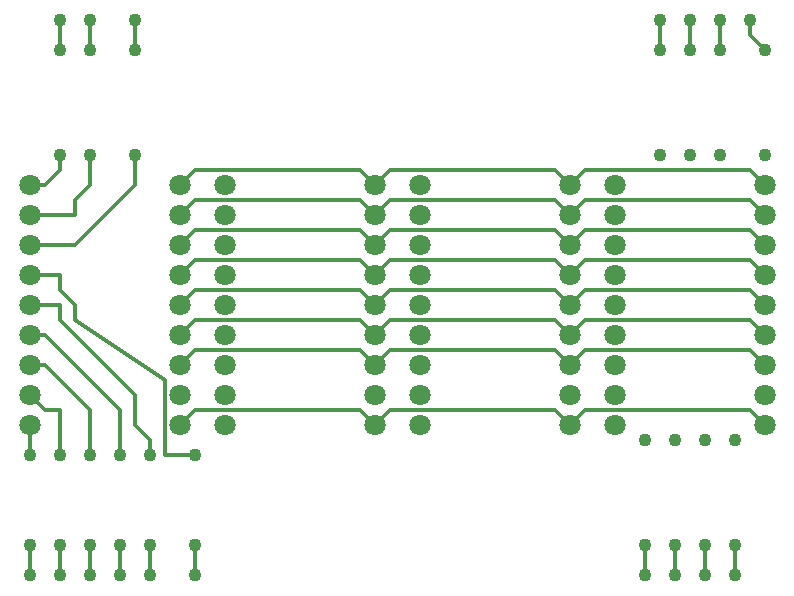
<source format=gbr>
%FSLAX34Y34*%
%MOMM*%
%LNCOPPER_BOTTOM*%
G71*
G01*
%ADD10C, 1.800*%
%ADD11C, 0.300*%
%ADD12C, 1.100*%
%LPD*%
X139700Y850900D02*
G54D10*
D03*
X139700Y825500D02*
G54D10*
D03*
X139700Y800100D02*
G54D10*
D03*
X139700Y774700D02*
G54D10*
D03*
X139700Y749300D02*
G54D10*
D03*
X139700Y723900D02*
G54D10*
D03*
X139700Y698500D02*
G54D10*
D03*
X139700Y673100D02*
G54D10*
D03*
X139700Y647700D02*
G54D10*
D03*
X12700Y647700D02*
G54D10*
D03*
X12700Y673100D02*
G54D10*
D03*
X12700Y698500D02*
G54D10*
D03*
X12700Y723900D02*
G54D10*
D03*
X12700Y749300D02*
G54D10*
D03*
X12700Y774700D02*
G54D10*
D03*
X12700Y800100D02*
G54D10*
D03*
X12700Y825500D02*
G54D10*
D03*
X12700Y850900D02*
G54D10*
D03*
X304800Y850900D02*
G54D10*
D03*
X304800Y825500D02*
G54D10*
D03*
X304800Y800100D02*
G54D10*
D03*
X304800Y774700D02*
G54D10*
D03*
X304800Y749300D02*
G54D10*
D03*
X304800Y723900D02*
G54D10*
D03*
X304800Y698500D02*
G54D10*
D03*
X304800Y673100D02*
G54D10*
D03*
X304800Y647700D02*
G54D10*
D03*
X177800Y647700D02*
G54D10*
D03*
X177800Y673100D02*
G54D10*
D03*
X177800Y698500D02*
G54D10*
D03*
X177800Y723900D02*
G54D10*
D03*
X177800Y749300D02*
G54D10*
D03*
X177800Y774700D02*
G54D10*
D03*
X177800Y800100D02*
G54D10*
D03*
X177800Y825500D02*
G54D10*
D03*
X177800Y850900D02*
G54D10*
D03*
X469900Y850900D02*
G54D10*
D03*
X469900Y825500D02*
G54D10*
D03*
X469900Y800100D02*
G54D10*
D03*
X469900Y774700D02*
G54D10*
D03*
X469900Y749300D02*
G54D10*
D03*
X469900Y723900D02*
G54D10*
D03*
X469900Y698500D02*
G54D10*
D03*
X469900Y673100D02*
G54D10*
D03*
X469900Y647700D02*
G54D10*
D03*
X342900Y647700D02*
G54D10*
D03*
X342900Y673100D02*
G54D10*
D03*
X342900Y698500D02*
G54D10*
D03*
X342900Y723900D02*
G54D10*
D03*
X342900Y749300D02*
G54D10*
D03*
X342900Y774700D02*
G54D10*
D03*
X342900Y800100D02*
G54D10*
D03*
X342900Y825500D02*
G54D10*
D03*
X342900Y850900D02*
G54D10*
D03*
X635000Y850900D02*
G54D10*
D03*
X635000Y825500D02*
G54D10*
D03*
X635000Y800100D02*
G54D10*
D03*
X635000Y774700D02*
G54D10*
D03*
X635000Y749300D02*
G54D10*
D03*
X635000Y723900D02*
G54D10*
D03*
X635000Y698500D02*
G54D10*
D03*
X635000Y673100D02*
G54D10*
D03*
X635000Y647700D02*
G54D10*
D03*
X508000Y647700D02*
G54D10*
D03*
X508000Y673100D02*
G54D10*
D03*
X508000Y698500D02*
G54D10*
D03*
X508000Y723900D02*
G54D10*
D03*
X508000Y749300D02*
G54D10*
D03*
X508000Y774700D02*
G54D10*
D03*
X508000Y800100D02*
G54D10*
D03*
X508000Y825500D02*
G54D10*
D03*
X508000Y850900D02*
G54D10*
D03*
G54D11*
X139700Y850900D02*
X152400Y863600D01*
X292100Y863600D01*
X304800Y850900D01*
X317500Y863600D01*
X457200Y863600D01*
X469900Y850900D01*
X482600Y863600D01*
X622300Y863600D01*
X635000Y850900D01*
G54D11*
X635000Y825500D02*
X622300Y838200D01*
X482600Y838200D01*
X469900Y825500D01*
X457200Y838200D01*
X317500Y838200D01*
X304800Y825500D01*
X292100Y838200D01*
X152400Y838200D01*
X139700Y825500D01*
G54D11*
X139700Y800100D02*
X152400Y812800D01*
X292100Y812800D01*
X304800Y800100D01*
X317500Y812800D01*
X457200Y812800D01*
X469900Y800100D01*
X482600Y812800D01*
X622300Y812800D01*
X635000Y800100D01*
G54D11*
X635000Y774700D02*
X622300Y787400D01*
X482600Y787400D01*
X469900Y774700D01*
X457200Y787400D01*
X317500Y787400D01*
X304800Y774700D01*
X292100Y787400D01*
X152400Y787400D01*
X139700Y774700D01*
G54D11*
X139700Y749300D02*
X152400Y762000D01*
X292100Y762000D01*
X304800Y749300D01*
X317500Y762000D01*
X457200Y762000D01*
X469900Y749300D01*
X482600Y762000D01*
X622300Y762000D01*
X635000Y749300D01*
G54D11*
X139700Y723900D02*
X152400Y736600D01*
X292100Y736600D01*
X304800Y723900D01*
X317500Y736600D01*
X457200Y736600D01*
X469900Y723900D01*
X482600Y736600D01*
X622300Y736600D01*
X635000Y723900D01*
G54D11*
X635000Y698500D02*
X622300Y711200D01*
X482600Y711200D01*
X469900Y698500D01*
X457200Y711200D01*
X317500Y711200D01*
X304800Y698500D01*
X292100Y711200D01*
X152400Y711200D01*
X139700Y698500D01*
G54D11*
X139700Y647700D02*
X152400Y660400D01*
X292100Y660400D01*
X304800Y647700D01*
X317500Y660400D01*
X457200Y660400D01*
X469900Y647700D01*
X482600Y660400D01*
X622300Y660400D01*
X635000Y647700D01*
X546100Y876300D02*
G54D12*
D03*
X571500Y876300D02*
G54D12*
D03*
X596900Y876300D02*
G54D12*
D03*
X635000Y876300D02*
G54D12*
D03*
X12700Y546100D02*
G54D12*
D03*
X38100Y546100D02*
G54D12*
D03*
X63500Y546100D02*
G54D12*
D03*
X88900Y546100D02*
G54D12*
D03*
X114300Y546100D02*
G54D12*
D03*
X152400Y546100D02*
G54D12*
D03*
X152400Y520700D02*
G54D12*
D03*
X114300Y520700D02*
G54D12*
D03*
X88900Y520700D02*
G54D12*
D03*
X63500Y520700D02*
G54D12*
D03*
X38100Y520700D02*
G54D12*
D03*
X12700Y520700D02*
G54D12*
D03*
G54D11*
X12700Y520700D02*
X12700Y546100D01*
G54D11*
X38100Y520700D02*
X38100Y546100D01*
G54D11*
X63500Y520700D02*
X63500Y546100D01*
G54D11*
X88900Y520700D02*
X88900Y546100D01*
G54D11*
X114300Y520700D02*
X114300Y546100D01*
G54D11*
X152400Y520700D02*
X152400Y546100D01*
X533400Y546100D02*
G54D12*
D03*
X558800Y546100D02*
G54D12*
D03*
X584200Y546100D02*
G54D12*
D03*
X609600Y546100D02*
G54D12*
D03*
X609600Y520700D02*
G54D12*
D03*
X584200Y520700D02*
G54D12*
D03*
X558800Y520700D02*
G54D12*
D03*
X533400Y520700D02*
G54D12*
D03*
G54D11*
X533400Y520700D02*
X533400Y546100D01*
G54D11*
X558800Y520700D02*
X558800Y546100D01*
G54D11*
X584200Y520700D02*
X584200Y546100D01*
G54D11*
X609600Y520700D02*
X609600Y546100D01*
X546100Y965200D02*
G54D12*
D03*
X571500Y965200D02*
G54D12*
D03*
X596900Y965200D02*
G54D12*
D03*
X635000Y965200D02*
G54D12*
D03*
X546100Y990600D02*
G54D12*
D03*
X571500Y990600D02*
G54D12*
D03*
X596900Y990600D02*
G54D12*
D03*
X622300Y990600D02*
G54D12*
D03*
G54D11*
X546100Y965200D02*
X546100Y990600D01*
G54D11*
X571500Y965200D02*
X571500Y990600D01*
G54D11*
X596900Y965200D02*
X596900Y990600D01*
G54D11*
X635000Y965200D02*
X622300Y977900D01*
X622300Y990600D01*
X38100Y876300D02*
G54D12*
D03*
X63500Y876300D02*
G54D12*
D03*
G54D11*
X25400Y850900D02*
X12700Y850900D01*
X25400Y850900D01*
X38100Y863600D01*
X38100Y876300D01*
G54D11*
X12700Y825500D02*
X50800Y825500D01*
X50800Y838200D01*
X63500Y850900D01*
X63500Y876300D01*
X38100Y965200D02*
G54D12*
D03*
X38100Y990600D02*
G54D12*
D03*
X63500Y990600D02*
G54D12*
D03*
G54D11*
X38100Y965200D02*
X38100Y990600D01*
G54D11*
X12700Y622300D02*
X12700Y647700D01*
G54D11*
X38100Y622300D02*
X38100Y660400D01*
X25400Y660400D01*
X12700Y673100D01*
X12700Y622300D02*
G54D12*
D03*
X38100Y622300D02*
G54D12*
D03*
X63500Y622300D02*
G54D12*
D03*
X88900Y622300D02*
G54D12*
D03*
X114300Y622300D02*
G54D12*
D03*
X152400Y622300D02*
G54D12*
D03*
X101600Y876300D02*
G54D12*
D03*
G54D11*
X63500Y622300D02*
X63500Y660400D01*
X25400Y698500D01*
X12700Y698500D01*
G54D11*
X88900Y622300D02*
X88900Y660400D01*
X25400Y723900D01*
X12700Y723900D01*
G54D11*
X12700Y749300D02*
X38100Y749300D01*
X38100Y736600D01*
X101600Y673100D01*
X101600Y647700D01*
X114300Y635000D01*
X114300Y622300D01*
G54D11*
X12700Y774700D02*
X38100Y774700D01*
X38100Y762000D01*
X50800Y749300D01*
X50800Y736600D01*
X127000Y685800D01*
X127000Y622300D01*
X152400Y622300D01*
G54D11*
X12700Y800100D02*
X50800Y800100D01*
X101600Y850900D01*
X101600Y876300D01*
X152400Y546100D02*
G54D12*
D03*
X152400Y520700D02*
G54D12*
D03*
X63500Y965200D02*
G54D12*
D03*
X101600Y990600D02*
G54D12*
D03*
X101600Y965200D02*
G54D12*
D03*
G54D11*
X63500Y965200D02*
X63500Y990600D01*
G54D11*
X101600Y965200D02*
X101600Y990600D01*
X533400Y635000D02*
G54D12*
D03*
X558800Y635000D02*
G54D12*
D03*
X584200Y635000D02*
G54D12*
D03*
X609600Y635000D02*
G54D12*
D03*
M02*

</source>
